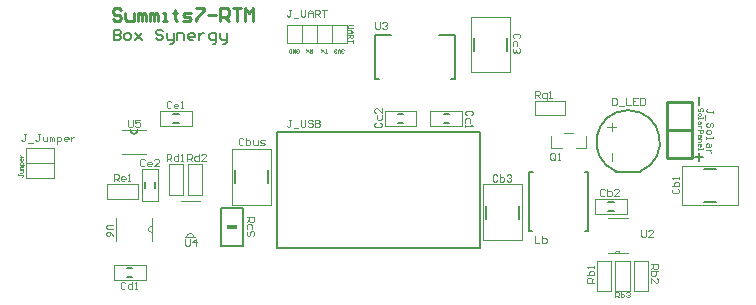
<source format=gbr>
%TF.GenerationSoftware,Altium Limited,Altium Designer,20.2.4 (192)*%
G04 Layer_Color=65535*
%FSLAX26Y26*%
%MOIN*%
%TF.SameCoordinates,9C3109D4-F3AC-4D1D-A7B6-62ECB7B5C8B4*%
%TF.FilePolarity,Positive*%
%TF.FileFunction,Legend,Top*%
%TF.Part,Single*%
G01*
G75*
%TA.AperFunction,NonConductor*%
%ADD53C,0.010000*%
%ADD54C,0.003000*%
%ADD55C,0.005000*%
%ADD56C,0.003937*%
%ADD73C,0.005118*%
%ADD74C,0.007874*%
%ADD75C,0.004000*%
%ADD76C,0.004331*%
%ADD77C,0.003150*%
%ADD78C,0.004016*%
%ADD79C,0.005906*%
%ADD80C,0.003228*%
%ADD81C,0.006000*%
%ADD82C,0.009842*%
%ADD83C,0.002756*%
G36*
X724409Y238189D02*
Y253937D01*
X759843D01*
Y238189D01*
X724409D01*
D02*
G37*
D53*
X2273622Y477362D02*
Y662402D01*
X2190944D02*
X2273622D01*
X2190944Y477362D02*
Y662402D01*
Y477362D02*
X2273622D01*
X2190944Y567913D02*
X2273622D01*
D54*
X1667362Y761331D02*
Y947331D01*
X1537362Y761331D02*
X1667362D01*
X1537362D02*
Y947331D01*
X1667362D01*
X501575Y582264D02*
Y633446D01*
Y582264D02*
X607874D01*
Y633446D01*
X501575D02*
X607874D01*
X442913Y438976D02*
X494094D01*
X442913Y332677D02*
Y438976D01*
Y332677D02*
X494094D01*
Y438976D01*
X427165Y340756D02*
Y388000D01*
X324803D02*
X427165D01*
X324803Y340756D02*
Y388000D01*
Y340756D02*
X427165D01*
X1402559Y581693D02*
Y632874D01*
Y581693D02*
X1508858D01*
Y632874D01*
X1402559D02*
X1508858D01*
X453838Y68898D02*
Y120079D01*
X347538D02*
X453838D01*
X347538Y68898D02*
Y120079D01*
Y68898D02*
X453838D01*
X1356299Y581693D02*
Y632874D01*
X1250000D02*
X1356299D01*
X1250000Y581693D02*
Y632874D01*
Y581693D02*
X1356299D01*
X742087Y320386D02*
X872087D01*
Y506386D01*
X742087D02*
X872087D01*
X742087Y320386D02*
Y506386D01*
X2241646Y449646D02*
X2427646D01*
Y319646D02*
Y449646D01*
X2241646Y319646D02*
X2427646D01*
X2241646D02*
Y449646D01*
X1579685Y202236D02*
X1709685D01*
Y388236D01*
X1579685D02*
X1709685D01*
X1579685Y202236D02*
Y388236D01*
X578346Y354331D02*
Y456693D01*
X531102Y354331D02*
X578346D01*
X531102D02*
Y456693D01*
X578346D01*
X593504D02*
X640748D01*
X593504Y354331D02*
Y456693D01*
Y354331D02*
X640748D01*
Y456693D01*
X1956693Y134449D02*
X2003937D01*
X1956693Y32087D02*
Y134449D01*
Y32087D02*
X2003937D01*
Y134449D01*
X2082677Y32087D02*
Y134449D01*
X2129921D01*
Y32087D02*
Y134449D01*
X2082677Y32087D02*
X2129921D01*
X2019685Y133858D02*
X2066929D01*
X2019685Y31496D02*
Y133858D01*
Y31496D02*
X2066929D01*
Y133858D01*
X1750591Y618110D02*
X1852953D01*
X1750591D02*
Y665354D01*
X1852953D01*
Y618110D02*
Y665354D01*
X1951378Y340551D02*
X2057677D01*
Y289370D02*
Y340551D01*
X1951378Y289370D02*
X2057677D01*
X1951378D02*
Y340551D01*
X1144617Y918779D02*
X1131288D01*
X1128622Y916114D01*
Y910782D01*
X1131288Y908116D01*
X1144617D01*
X1128622Y902785D02*
X1139285D01*
X1144617Y897453D01*
X1139285Y892121D01*
X1128622D01*
X1136619D01*
Y902785D01*
X1128622Y886790D02*
X1144617D01*
Y878793D01*
X1141951Y876127D01*
X1136619D01*
X1133954Y878793D01*
Y886790D01*
Y881458D02*
X1128622Y876127D01*
X1144617Y870795D02*
Y860132D01*
Y865463D01*
X1128622D01*
X1113622Y828035D02*
X1111623Y826035D01*
X1107624D01*
X1105625Y828035D01*
Y830034D01*
X1107624Y832033D01*
X1109623D01*
X1107624D01*
X1105625Y834033D01*
Y836032D01*
X1107624Y838032D01*
X1111623D01*
X1113622Y836032D01*
X1101626Y826035D02*
Y834033D01*
X1097627Y838032D01*
X1093629Y834033D01*
Y826035D01*
X1089630Y828035D02*
X1087630Y826035D01*
X1083632D01*
X1081632Y828035D01*
Y830034D01*
X1083632Y832033D01*
X1085631D01*
X1083632D01*
X1081632Y834033D01*
Y836032D01*
X1083632Y838032D01*
X1087630D01*
X1089630Y836032D01*
X1058622Y826035D02*
X1050625D01*
X1054623D01*
Y838032D01*
X1046626Y830034D02*
X1038629Y838032D01*
X1042627Y834033D01*
X1038629Y830034D01*
X1046626Y838032D01*
X1008622D02*
Y826035D01*
X1002624D01*
X1000625Y828035D01*
Y832033D01*
X1002624Y834033D01*
X1008622D01*
X1004623D02*
X1000625Y838032D01*
X996626Y830034D02*
X988629Y838032D01*
X992627Y834033D01*
X988629Y830034D01*
X996626Y838032D01*
X955625Y828035D02*
X957624Y826035D01*
X961623D01*
X963622Y828035D01*
Y836032D01*
X961623Y838032D01*
X957624D01*
X955625Y836032D01*
Y832033D01*
X959623D01*
X951626Y838032D02*
Y826035D01*
X943629Y838032D01*
Y826035D01*
X939630D02*
Y838032D01*
X933632D01*
X931632Y836032D01*
Y828035D01*
X933632Y826035D01*
X939630D01*
D55*
X1657480Y833071D02*
Y875591D01*
X1547244Y833071D02*
Y875591D01*
X545866Y623603D02*
X563583D01*
X545866Y592107D02*
X563583D01*
X484252Y376969D02*
Y394685D01*
X452756Y376969D02*
Y394685D01*
X1446850Y623032D02*
X1464567D01*
X1446850Y591535D02*
X1464567D01*
X892520Y175984D02*
X1567520D01*
X391830Y78740D02*
X409546D01*
X391830Y110236D02*
X409546D01*
X1294291Y591535D02*
X1312008D01*
X1294291Y623032D02*
X1312008D01*
X1483268Y739992D02*
Y885992D01*
X1471457Y739992D02*
X1483268D01*
X1432087Y885992D02*
X1483268D01*
X1219488Y739992D02*
X1231299D01*
X1219488D02*
Y885992D01*
X1270669D01*
X862205Y392126D02*
Y434646D01*
X751968Y392126D02*
Y434646D01*
X2313386Y439764D02*
X2355905D01*
X2313386Y329528D02*
X2355905D01*
X1699803Y273977D02*
Y316496D01*
X1589567Y273977D02*
Y316496D01*
X1929134Y234252D02*
Y431102D01*
X1917323Y234252D02*
X1929134D01*
X1919291Y431102D02*
X1929134D01*
X1732284Y234252D02*
Y431102D01*
X1744094D01*
X1732284Y234252D02*
X1742126D01*
X704724Y184055D02*
Y308071D01*
Y184055D02*
X779528D01*
Y308071D01*
X704724D02*
X779528D01*
X1995669Y299213D02*
X2013386D01*
X1995669Y330709D02*
X2013386D01*
D56*
X473425Y248081D02*
G03*
X473425Y228297I0J-9892D01*
G01*
Y199803D02*
Y276575D01*
X353346Y199803D02*
Y276575D01*
X1696848Y874522D02*
X1700784Y878458D01*
Y886330D01*
X1696848Y890265D01*
X1681105D01*
X1677169Y886330D01*
Y878458D01*
X1681105Y874522D01*
X1692912Y850908D02*
Y862715D01*
X1688976Y866651D01*
X1681105D01*
X1677169Y862715D01*
Y850908D01*
X1696848Y843037D02*
X1700784Y839101D01*
Y831229D01*
X1696848Y827294D01*
X1692912D01*
X1688976Y831229D01*
Y835165D01*
Y831229D01*
X1685041Y827294D01*
X1681105D01*
X1677169Y831229D01*
Y839101D01*
X1681105Y843037D01*
X1818898Y472443D02*
Y488186D01*
X1814962Y492122D01*
X1807090D01*
X1803155Y488186D01*
Y472443D01*
X1807090Y468508D01*
X1814962D01*
X1811026Y476379D02*
X1818898Y468508D01*
X1814962D02*
X1818898Y472443D01*
X1826769Y468508D02*
X1834641D01*
X1830705D01*
Y492122D01*
X1826769Y488186D01*
X450793Y467990D02*
X446857Y471925D01*
X438985D01*
X435050Y467990D01*
Y452247D01*
X438985Y448311D01*
X446857D01*
X450793Y452247D01*
X470471Y448311D02*
X462600D01*
X458664Y452247D01*
Y460118D01*
X462600Y464054D01*
X470471D01*
X474407Y460118D01*
Y456182D01*
X458664D01*
X498021Y448311D02*
X482278D01*
X498021Y464054D01*
Y467990D01*
X494086Y471925D01*
X486214D01*
X482278Y467990D01*
X1219488Y929126D02*
Y909447D01*
X1223424Y905512D01*
X1231295D01*
X1235231Y909447D01*
Y929126D01*
X1243103Y925190D02*
X1247038Y929126D01*
X1254910D01*
X1258845Y925190D01*
Y921255D01*
X1254910Y917319D01*
X1250974D01*
X1254910D01*
X1258845Y913383D01*
Y909447D01*
X1254910Y905512D01*
X1247038D01*
X1243103Y909447D01*
X539374Y661415D02*
X535438Y665351D01*
X527567D01*
X523631Y661415D01*
Y645672D01*
X527567Y641736D01*
X535438D01*
X539374Y645672D01*
X559053Y641736D02*
X551181D01*
X547245Y645672D01*
Y653543D01*
X551181Y657479D01*
X559053D01*
X562988Y653543D01*
Y649608D01*
X547245D01*
X570860Y641736D02*
X578731D01*
X574795D01*
Y665351D01*
X570860Y661415D01*
X395085Y603914D02*
Y584236D01*
X399021Y580300D01*
X406892D01*
X410828Y584236D01*
Y603914D01*
X434442D02*
X418700D01*
Y592107D01*
X426571Y596043D01*
X430507D01*
X434442Y592107D01*
Y584236D01*
X430507Y580300D01*
X422635D01*
X418700Y584236D01*
X347844Y398823D02*
Y422437D01*
X359651D01*
X363587Y418501D01*
Y410630D01*
X359651Y406694D01*
X347844D01*
X355715D02*
X363587Y398823D01*
X383265D02*
X375394D01*
X371458Y402758D01*
Y410630D01*
X375394Y414566D01*
X383265D01*
X387201Y410630D01*
Y406694D01*
X371458D01*
X395072Y398823D02*
X402944D01*
X399008D01*
Y422437D01*
X395072Y418501D01*
X346449Y253937D02*
X326770D01*
X322835Y250001D01*
Y242130D01*
X326770Y238194D01*
X346449D01*
Y214580D02*
X342513Y222451D01*
X334642Y230323D01*
X326770D01*
X322835Y226387D01*
Y218516D01*
X326770Y214580D01*
X330706D01*
X334642Y218516D01*
Y230323D01*
X939365Y603914D02*
X931494D01*
X935429D01*
Y584236D01*
X931494Y580300D01*
X927558D01*
X923622Y584236D01*
X947236Y576364D02*
X962979D01*
X970851Y603914D02*
Y584236D01*
X974787Y580300D01*
X982658D01*
X986594Y584236D01*
Y603914D01*
X1010208Y599979D02*
X1006272Y603914D01*
X998401D01*
X994465Y599979D01*
Y596043D01*
X998401Y592107D01*
X1006272D01*
X1010208Y588171D01*
Y584236D01*
X1006272Y580300D01*
X998401D01*
X994465Y584236D01*
X1018080Y603914D02*
Y580300D01*
X1029887D01*
X1033822Y584236D01*
Y588171D01*
X1029887Y592107D01*
X1018080D01*
X1029887D01*
X1033822Y596043D01*
Y599979D01*
X1029887Y603914D01*
X1018080D01*
X2346449Y625989D02*
Y633861D01*
Y629925D01*
X2326770D01*
X2322835Y633861D01*
Y637797D01*
X2326770Y641732D01*
X2318899Y618118D02*
Y602375D01*
X2342513Y578761D02*
X2346449Y582696D01*
Y590568D01*
X2342513Y594504D01*
X2338577D01*
X2334642Y590568D01*
Y582696D01*
X2330706Y578761D01*
X2326770D01*
X2322835Y582696D01*
Y590568D01*
X2326770Y594504D01*
X2322835Y566953D02*
Y559082D01*
X2326770Y555146D01*
X2334642D01*
X2338577Y559082D01*
Y566953D01*
X2334642Y570889D01*
X2326770D01*
X2322835Y566953D01*
Y547275D02*
Y539403D01*
Y543339D01*
X2346449D01*
Y547275D01*
X2338577Y523660D02*
Y515789D01*
X2334642Y511853D01*
X2322835D01*
Y523660D01*
X2326770Y527596D01*
X2330706Y523660D01*
Y511853D01*
X2338577Y503982D02*
X2322835D01*
X2330706D01*
X2334642Y500046D01*
X2338577Y496110D01*
Y492175D01*
X2106299Y236213D02*
Y216534D01*
X2110235Y212598D01*
X2118106D01*
X2122042Y216534D01*
Y236213D01*
X2145657Y212598D02*
X2129914D01*
X2145657Y228341D01*
Y232277D01*
X2141721Y236213D01*
X2133849D01*
X2129914Y232277D01*
X585362Y207670D02*
Y187991D01*
X589298Y184055D01*
X597169D01*
X601105Y187991D01*
Y207670D01*
X620784Y184055D02*
Y207670D01*
X608977Y195862D01*
X624720D01*
X1751968Y677165D02*
Y700780D01*
X1763776D01*
X1767711Y696844D01*
Y688973D01*
X1763776Y685037D01*
X1751968D01*
X1759840D02*
X1767711Y677165D01*
X1791326Y669294D02*
Y692908D01*
X1779519D01*
X1775583Y688973D01*
Y681101D01*
X1779519Y677165D01*
X1791326D01*
X1799197D02*
X1807069D01*
X1803133D01*
Y700780D01*
X1799197Y696844D01*
X2137795Y122047D02*
X2161410D01*
Y110240D01*
X2157474Y106304D01*
X2149602D01*
X2145667Y110240D01*
Y122047D01*
Y114176D02*
X2137795Y106304D01*
X2161410Y98433D02*
X2137795D01*
Y86626D01*
X2141731Y82690D01*
X2145667D01*
X2149602D01*
X2153538Y86626D01*
Y98433D01*
X2137795Y59075D02*
Y74818D01*
X2153538Y59075D01*
X2157474D01*
X2161410Y63011D01*
Y70883D01*
X2157474Y74818D01*
X1948819Y61024D02*
X1925205D01*
Y72831D01*
X1929140Y76766D01*
X1937012D01*
X1940947Y72831D01*
Y61024D01*
Y68895D02*
X1948819Y76766D01*
X1925205Y84638D02*
X1948819D01*
Y96445D01*
X1944883Y100381D01*
X1940947D01*
X1937012D01*
X1933076Y96445D01*
Y84638D01*
X1948819Y108252D02*
Y116124D01*
Y112188D01*
X1925205D01*
X1929140Y108252D01*
X592520Y466142D02*
Y489756D01*
X604327D01*
X608263Y485820D01*
Y477949D01*
X604327Y474013D01*
X592520D01*
X600391D02*
X608263Y466142D01*
X631877Y489756D02*
Y466142D01*
X620070D01*
X616134Y470077D01*
Y477949D01*
X620070Y481885D01*
X631877D01*
X655491Y466142D02*
X639749D01*
X655491Y481885D01*
Y485820D01*
X651556Y489756D01*
X643684D01*
X639749Y485820D01*
X523631Y466142D02*
Y489756D01*
X535438D01*
X539374Y485820D01*
Y477949D01*
X535438Y474013D01*
X523631D01*
X531503D02*
X539374Y466142D01*
X562988Y489756D02*
Y466142D01*
X551181D01*
X547245Y470077D01*
Y477949D01*
X551181Y481885D01*
X562988D01*
X570860Y466142D02*
X578731D01*
X574795D01*
Y489756D01*
X570860Y485820D01*
X791339Y279528D02*
X814953D01*
Y267720D01*
X811017Y263785D01*
X803146D01*
X799210Y267720D01*
Y279528D01*
Y271656D02*
X791339Y263785D01*
X807082Y240170D02*
Y251977D01*
X803146Y255913D01*
X795274D01*
X791339Y251977D01*
Y240170D01*
X811017Y216556D02*
X814953Y220492D01*
Y228363D01*
X811017Y232299D01*
X807082D01*
X803146Y228363D01*
Y220492D01*
X799210Y216556D01*
X795274D01*
X791339Y220492D01*
Y228363D01*
X795274Y232299D01*
X1750591Y216528D02*
Y192913D01*
X1766333D01*
X1774205Y216528D02*
Y192913D01*
X1786012D01*
X1789948Y196849D01*
Y200785D01*
Y204721D01*
X1786012Y208656D01*
X1774205D01*
X939365Y970945D02*
X931494D01*
X935429D01*
Y951266D01*
X931494Y947331D01*
X927558D01*
X923622Y951266D01*
X947236Y943395D02*
X962979D01*
X970851Y970945D02*
Y951266D01*
X974787Y947331D01*
X982658D01*
X986594Y951266D01*
Y970945D01*
X994465Y947331D02*
Y963074D01*
X1002337Y970945D01*
X1010208Y963074D01*
Y947331D01*
Y959138D01*
X994465D01*
X1018080Y947331D02*
Y970945D01*
X1029887D01*
X1033822Y967009D01*
Y959138D01*
X1029887Y955202D01*
X1018080D01*
X1025951D02*
X1033822Y947331D01*
X1041694Y970945D02*
X1057437D01*
X1049565D01*
Y947331D01*
X55113Y555111D02*
X47242D01*
X51177D01*
Y535432D01*
X47242Y531496D01*
X43306D01*
X39370Y535432D01*
X62984Y527560D02*
X78727D01*
X102342Y555111D02*
X94470D01*
X98406D01*
Y535432D01*
X94470Y531496D01*
X90535D01*
X86599Y535432D01*
X110213Y547239D02*
Y535432D01*
X114149Y531496D01*
X125956D01*
Y547239D01*
X133828Y531496D02*
Y547239D01*
X137763D01*
X141699Y543303D01*
Y531496D01*
Y543303D01*
X145635Y547239D01*
X149571Y543303D01*
Y531496D01*
X157442Y523625D02*
Y547239D01*
X169249D01*
X173185Y543303D01*
Y535432D01*
X169249Y531496D01*
X157442D01*
X192864D02*
X184992D01*
X181056Y535432D01*
Y543303D01*
X184992Y547239D01*
X192864D01*
X196799Y543303D01*
Y539368D01*
X181056D01*
X204671Y547239D02*
Y531496D01*
Y539368D01*
X208607Y543303D01*
X212542Y547239D01*
X216478D01*
X2007874Y677158D02*
Y653543D01*
X2019681D01*
X2023617Y657479D01*
Y673222D01*
X2019681Y677158D01*
X2007874D01*
X2031488Y649608D02*
X2047231D01*
X2055103Y677158D02*
Y653543D01*
X2070846D01*
X2094460Y677158D02*
X2078717D01*
Y653543D01*
X2094460D01*
X2078717Y665351D02*
X2086589D01*
X2102332Y677158D02*
Y653543D01*
X2114139D01*
X2118075Y657479D01*
Y673222D01*
X2114139Y677158D01*
X2102332D01*
X1220479Y594483D02*
X1216543Y590547D01*
Y582676D01*
X1220479Y578740D01*
X1236222D01*
X1240158Y582676D01*
Y590547D01*
X1236222Y594483D01*
X1224415Y618097D02*
Y606290D01*
X1228350Y602355D01*
X1236222D01*
X1240158Y606290D01*
Y618097D01*
Y641712D02*
Y625969D01*
X1224415Y641712D01*
X1220479D01*
X1216543Y637776D01*
Y629905D01*
X1220479Y625969D01*
X1539364Y618115D02*
X1543299Y622051D01*
Y629923D01*
X1539364Y633858D01*
X1523621D01*
X1519685Y629923D01*
Y622051D01*
X1523621Y618115D01*
X1535428Y594501D02*
Y606308D01*
X1531492Y610244D01*
X1523621D01*
X1519685Y606308D01*
Y594501D01*
Y586630D02*
Y578758D01*
Y582694D01*
X1543299D01*
X1539364Y586630D01*
X1625979Y417316D02*
X1622043Y421252D01*
X1614172D01*
X1610236Y417316D01*
Y401574D01*
X1614172Y397638D01*
X1622043D01*
X1625979Y401574D01*
X1633851Y421252D02*
Y397638D01*
X1645658D01*
X1649593Y401574D01*
Y405509D01*
Y409445D01*
X1645658Y413381D01*
X1633851D01*
X1657465Y417316D02*
X1661401Y421252D01*
X1669272D01*
X1673208Y417316D01*
Y413381D01*
X1669272Y409445D01*
X1665336D01*
X1669272D01*
X1673208Y405509D01*
Y401574D01*
X1669272Y397638D01*
X1661401D01*
X1657465Y401574D01*
X1984247Y370072D02*
X1980311Y374008D01*
X1972440D01*
X1968504Y370072D01*
Y354329D01*
X1972440Y350394D01*
X1980311D01*
X1984247Y354329D01*
X1992118Y374008D02*
Y350394D01*
X2003926D01*
X2007861Y354329D01*
Y358265D01*
Y362201D01*
X2003926Y366137D01*
X1992118D01*
X2031476Y350394D02*
X2015733D01*
X2031476Y366137D01*
Y370072D01*
X2027540Y374008D01*
X2019668D01*
X2015733Y370072D01*
X2212605Y374011D02*
X2208669Y370075D01*
Y362203D01*
X2212605Y358268D01*
X2228348D01*
X2232284Y362203D01*
Y370075D01*
X2228348Y374011D01*
X2208669Y381882D02*
X2232284D01*
Y393689D01*
X2228348Y397625D01*
X2224412D01*
X2220476D01*
X2216541Y393689D01*
Y381882D01*
X2232284Y405497D02*
Y413368D01*
Y409432D01*
X2208669D01*
X2212605Y405497D01*
X385822Y59049D02*
X381886Y62984D01*
X374014D01*
X370079Y59049D01*
Y43306D01*
X374014Y39370D01*
X381886D01*
X385822Y43306D01*
X409436Y62984D02*
Y39370D01*
X397629D01*
X393693Y43306D01*
Y51177D01*
X397629Y55113D01*
X409436D01*
X417308Y39370D02*
X425179D01*
X421243D01*
Y62984D01*
X417308Y59049D01*
X779522Y539364D02*
X775587Y543299D01*
X767715D01*
X763779Y539364D01*
Y523621D01*
X767715Y519685D01*
X775587D01*
X779522Y523621D01*
X787394Y543299D02*
Y519685D01*
X799201D01*
X803137Y523621D01*
Y527557D01*
Y531492D01*
X799201Y535428D01*
X787394D01*
X811008D02*
Y523621D01*
X814944Y519685D01*
X826751D01*
Y535428D01*
X834623Y519685D02*
X846430D01*
X850366Y523621D01*
X846430Y527557D01*
X838558D01*
X834623Y531492D01*
X838558Y535428D01*
X850366D01*
D73*
X402314Y568898D02*
G03*
X427214Y568898I12450J0D01*
G01*
D74*
X2102052Y431484D02*
G03*
X2022676Y431197I-40044J98043D01*
G01*
X2022638Y431102D02*
X2102066D01*
X892520Y563071D02*
X1567520D01*
X892520Y175984D02*
Y563071D01*
X1567520Y175984D02*
Y563071D01*
D75*
X2035559Y158465D02*
G03*
X2019559Y158465I-8000J0D01*
G01*
X614362Y212654D02*
G03*
X590362Y212654I-12000J0D01*
G01*
X2007874Y578740D02*
Y591831D01*
Y578740D02*
X2022638D01*
X1993110Y579528D02*
X2022638D01*
X2007874D02*
X2022638D01*
X2007874D02*
Y592618D01*
Y566043D02*
Y592618D01*
Y466043D02*
Y492618D01*
X1886811Y508858D02*
X1923228D01*
Y550197D01*
X1849409Y560039D02*
X1878937D01*
X1805118Y508858D02*
X1841535D01*
X1805118D02*
Y550197D01*
X1994094Y276575D02*
X2061024D01*
X1994094Y158465D02*
X2061024D01*
X585362Y212654D02*
X590362D01*
X614362D01*
X619362D01*
X570362Y331654D02*
X634362D01*
X55118Y410630D02*
X149606D01*
X55118D02*
Y460630D01*
X149606D01*
Y410630D02*
Y460630D01*
X55118Y478071D02*
Y510827D01*
X149606Y477559D02*
Y510827D01*
X55118D02*
X149606D01*
X1073622Y858779D02*
X1123622D01*
Y918779D01*
X923622D02*
X1123622D01*
X923622Y858779D02*
Y918779D01*
Y858779D02*
X1123622D01*
X1073622D02*
Y918779D01*
X1023622Y858779D02*
Y918779D01*
X973622Y858779D02*
Y918779D01*
X2307772Y631736D02*
X2310271Y634235D01*
Y639233D01*
X2307772Y641732D01*
X2305272D01*
X2302773Y639233D01*
Y634235D01*
X2300274Y631736D01*
X2297775D01*
X2295276Y634235D01*
Y639233D01*
X2297775Y641732D01*
X2295276Y624238D02*
Y619240D01*
X2297775Y616740D01*
X2302773D01*
X2305272Y619240D01*
Y624238D01*
X2302773Y626737D01*
X2297775D01*
X2295276Y624238D01*
Y611742D02*
Y606744D01*
Y609243D01*
X2310271D01*
Y611742D01*
X2305272Y596747D02*
Y591748D01*
X2302773Y589249D01*
X2295276D01*
Y596747D01*
X2297775Y599246D01*
X2300274Y596747D01*
Y589249D01*
X2305272Y584251D02*
X2295276D01*
X2300274D01*
X2302773Y581751D01*
X2305272Y579252D01*
Y576753D01*
X2295276Y569255D02*
X2310271D01*
Y561758D01*
X2307772Y559259D01*
X2302773D01*
X2300274Y561758D01*
Y569255D01*
X2305272Y551761D02*
Y546763D01*
X2302773Y544264D01*
X2295276D01*
Y551761D01*
X2297775Y554260D01*
X2300274Y551761D01*
Y544264D01*
X2295276Y539265D02*
X2305272D01*
Y531768D01*
X2302773Y529268D01*
X2295276D01*
Y516772D02*
Y521771D01*
X2297775Y524270D01*
X2302773D01*
X2305272Y521771D01*
Y516772D01*
X2302773Y514273D01*
X2300274D01*
Y524270D01*
X2295276Y509275D02*
Y504276D01*
Y506776D01*
X2310271D01*
Y509275D01*
D76*
X375394Y490158D02*
X454134D01*
X375394Y568898D02*
X454134D01*
D77*
X55118Y460630D02*
Y478071D01*
D78*
Y460630D02*
Y488976D01*
X149606Y460118D02*
Y488464D01*
D79*
X346779Y904040D02*
Y868618D01*
X364490D01*
X370394Y874522D01*
Y880425D01*
X364490Y886329D01*
X346779D01*
X364490D01*
X370394Y892232D01*
Y898136D01*
X364490Y904040D01*
X346779D01*
X388105Y868618D02*
X399912D01*
X405815Y874522D01*
Y886329D01*
X399912Y892232D01*
X388105D01*
X382201Y886329D01*
Y874522D01*
X388105Y868618D01*
X417623Y892232D02*
X441237Y868618D01*
X429430Y880425D01*
X441237Y892232D01*
X417623Y868618D01*
X512080Y898136D02*
X506177Y904040D01*
X494369D01*
X488466Y898136D01*
Y892232D01*
X494369Y886329D01*
X506177D01*
X512080Y880425D01*
Y874522D01*
X506177Y868618D01*
X494369D01*
X488466Y874522D01*
X523887Y892232D02*
Y874522D01*
X529791Y868618D01*
X547502D01*
Y862715D01*
X541598Y856811D01*
X535695D01*
X547502Y868618D02*
Y892232D01*
X559309Y868618D02*
Y892232D01*
X577020D01*
X582923Y886329D01*
Y868618D01*
X612441D02*
X600634D01*
X594731Y874522D01*
Y886329D01*
X600634Y892232D01*
X612441D01*
X618345Y886329D01*
Y880425D01*
X594731D01*
X630152Y892232D02*
Y868618D01*
Y880425D01*
X636056Y886329D01*
X641959Y892232D01*
X647863D01*
X677381Y856811D02*
X683285D01*
X689188Y862715D01*
Y892232D01*
X671477D01*
X665574Y886329D01*
Y874522D01*
X671477Y868618D01*
X689188D01*
X700995Y892232D02*
Y874522D01*
X706899Y868618D01*
X724610D01*
Y862715D01*
X718706Y856811D01*
X712803D01*
X724610Y868618D02*
Y892232D01*
D80*
X29926Y423094D02*
Y418634D01*
Y420864D01*
X41077D01*
X43307Y418634D01*
Y416403D01*
X41077Y414173D01*
X34386Y427555D02*
X41077D01*
X43307Y429785D01*
Y436476D01*
X34386D01*
X43307Y440936D02*
X34386D01*
Y443166D01*
X36616Y445397D01*
X43307D01*
X36616D01*
X34386Y447627D01*
X36616Y449857D01*
X43307D01*
X47768Y454318D02*
X34386D01*
Y461008D01*
X36616Y463239D01*
X41077D01*
X43307Y461008D01*
Y454318D01*
Y474390D02*
Y469929D01*
X41077Y467699D01*
X36616D01*
X34386Y469929D01*
Y474390D01*
X36616Y476620D01*
X38847D01*
Y467699D01*
X34386Y481081D02*
X43307D01*
X38847D01*
X36616Y483311D01*
X34386Y485541D01*
Y487771D01*
D81*
X2299521Y492618D02*
Y465960D01*
X2312850Y479289D02*
X2286192D01*
X2299521Y681102D02*
Y654444D01*
D82*
X372361Y968020D02*
X365474Y974908D01*
X351699D01*
X344811Y968020D01*
Y961133D01*
X351699Y954245D01*
X365474D01*
X372361Y947358D01*
Y940470D01*
X365474Y933583D01*
X351699D01*
X344811Y940470D01*
X386136Y961133D02*
Y940470D01*
X393024Y933583D01*
X413686D01*
Y961133D01*
X427461Y933583D02*
Y961133D01*
X434349D01*
X441236Y954245D01*
Y933583D01*
Y954245D01*
X448124Y961133D01*
X455012Y954245D01*
Y933583D01*
X468787D02*
Y961133D01*
X475674D01*
X482562Y954245D01*
Y933583D01*
Y954245D01*
X489449Y961133D01*
X496337Y954245D01*
Y933583D01*
X510112D02*
X523887D01*
X516999D01*
Y961133D01*
X510112D01*
X551437Y968020D02*
Y961133D01*
X544549D01*
X558325D01*
X551437D01*
Y940470D01*
X558325Y933583D01*
X578987D02*
X599650D01*
X606537Y940470D01*
X599650Y947358D01*
X585875D01*
X578987Y954245D01*
X585875Y961133D01*
X606537D01*
X620312Y974908D02*
X647863D01*
Y968020D01*
X620312Y940470D01*
Y933583D01*
X661638Y954245D02*
X689188D01*
X702963Y933583D02*
Y974908D01*
X723625D01*
X730513Y968020D01*
Y954245D01*
X723625Y947358D01*
X702963D01*
X716738D02*
X730513Y933583D01*
X744288Y974908D02*
X771838D01*
X758063D01*
Y933583D01*
X785613D02*
Y974908D01*
X799388Y961133D01*
X813163Y974908D01*
Y933583D01*
D83*
X2019559Y11811D02*
Y29522D01*
X2028415D01*
X2031366Y26570D01*
Y20666D01*
X2028415Y17715D01*
X2019559D01*
X2025463D02*
X2031366Y11811D01*
X2037270Y29522D02*
Y11811D01*
X2046125D01*
X2049077Y14763D01*
Y17715D01*
Y20666D01*
X2046125Y23618D01*
X2037270D01*
X2054981Y26570D02*
X2057932Y29522D01*
X2063836D01*
X2066788Y26570D01*
Y23618D01*
X2063836Y20666D01*
X2060884D01*
X2063836D01*
X2066788Y17715D01*
Y14763D01*
X2063836Y11811D01*
X2057932D01*
X2054981Y14763D01*
%TF.MD5,5dd77206bdf2ff05e59e967b873d88c4*%
M02*

</source>
